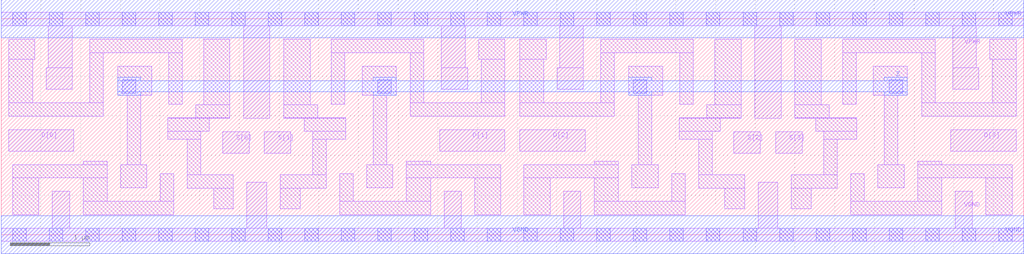
<source format=lef>
# Copyright 2020 The SkyWater PDK Authors
#
# Licensed under the Apache License, Version 2.0 (the "License");
# you may not use this file except in compliance with the License.
# You may obtain a copy of the License at
#
#     https://www.apache.org/licenses/LICENSE-2.0
#
# Unless required by applicable law or agreed to in writing, software
# distributed under the License is distributed on an "AS IS" BASIS,
# WITHOUT WARRANTIES OR CONDITIONS OF ANY KIND, either express or implied.
# See the License for the specific language governing permissions and
# limitations under the License.
#
# SPDX-License-Identifier: Apache-2.0

VERSION 5.7 ;
  NAMESCASESENSITIVE ON ;
  NOWIREEXTENSIONATPIN ON ;
  DIVIDERCHAR "/" ;
  BUSBITCHARS "[]" ;
UNITS
  DATABASE MICRONS 200 ;
END UNITS
PROPERTYDEFINITIONS
  MACRO maskLayoutSubType STRING ;
  MACRO prCellType STRING ;
  MACRO originalViewName STRING ;
END PROPERTYDEFINITIONS
MACRO sky130_fd_sc_hdll__muxb4to1_2
  CLASS CORE ;
  FOREIGN sky130_fd_sc_hdll__muxb4to1_2 ;
  ORIGIN  0.000000  0.000000 ;
  SIZE  12.88000 BY  2.720000 ;
  SYMMETRY X Y R90 ;
  SITE unithd ;
  PIN D[0]
    ANTENNAGATEAREA  0.555000 ;
    DIRECTION INPUT ;
    USE SIGNAL ;
    PORT
      LAYER li1 ;
        RECT 0.095000 1.055000 0.915000 1.325000 ;
    END
  END D[0]
  PIN D[1]
    ANTENNAGATEAREA  0.555000 ;
    DIRECTION INPUT ;
    USE SIGNAL ;
    PORT
      LAYER li1 ;
        RECT 5.525000 1.055000 6.345000 1.325000 ;
    END
  END D[1]
  PIN D[2]
    ANTENNAGATEAREA  0.555000 ;
    DIRECTION INPUT ;
    USE SIGNAL ;
    PORT
      LAYER li1 ;
        RECT 6.535000 1.055000 7.355000 1.325000 ;
    END
  END D[2]
  PIN D[3]
    ANTENNAGATEAREA  0.555000 ;
    DIRECTION INPUT ;
    USE SIGNAL ;
    PORT
      LAYER li1 ;
        RECT 11.965000 1.055000 12.785000 1.325000 ;
    END
  END D[3]
  PIN S[0]
    ANTENNAGATEAREA  0.414000 ;
    DIRECTION INPUT ;
    USE SIGNAL ;
    PORT
      LAYER li1 ;
        RECT 2.790000 1.025000 3.125000 1.295000 ;
    END
  END S[0]
  PIN S[1]
    ANTENNAGATEAREA  0.414000 ;
    DIRECTION INPUT ;
    USE SIGNAL ;
    PORT
      LAYER li1 ;
        RECT 3.315000 1.025000 3.650000 1.295000 ;
    END
  END S[1]
  PIN S[2]
    ANTENNAGATEAREA  0.414000 ;
    DIRECTION INPUT ;
    USE SIGNAL ;
    PORT
      LAYER li1 ;
        RECT 9.230000 1.025000 9.565000 1.295000 ;
    END
  END S[2]
  PIN S[3]
    ANTENNAGATEAREA  0.414000 ;
    DIRECTION INPUT ;
    USE SIGNAL ;
    PORT
      LAYER li1 ;
        RECT 9.755000 1.025000 10.090000 1.295000 ;
    END
  END S[3]
  PIN Z
    ANTENNADIFFAREA  1.512800 ;
    DIRECTION OUTPUT ;
    USE SIGNAL ;
    PORT
      LAYER met1 ;
        RECT  1.465000 1.755000  1.755000 1.800000 ;
        RECT  1.465000 1.800000 11.415000 1.940000 ;
        RECT  1.465000 1.940000  1.755000 1.985000 ;
        RECT  4.685000 1.755000  4.975000 1.800000 ;
        RECT  4.685000 1.940000  4.975000 1.985000 ;
        RECT  7.905000 1.755000  8.195000 1.800000 ;
        RECT  7.905000 1.940000  8.195000 1.985000 ;
        RECT 11.125000 1.755000 11.415000 1.800000 ;
        RECT 11.125000 1.940000 11.415000 1.985000 ;
    END
  END Z
  PIN VGND
    DIRECTION INOUT ;
    USE GROUND ;
    PORT
      LAYER li1 ;
        RECT  0.000000 -0.085000 12.880000 0.085000 ;
        RECT  0.645000  0.085000  0.860000 0.545000 ;
        RECT  3.095000  0.085000  3.345000 0.660000 ;
        RECT  5.580000  0.085000  5.795000 0.545000 ;
        RECT  7.085000  0.085000  7.300000 0.545000 ;
        RECT  9.535000  0.085000  9.785000 0.660000 ;
        RECT 12.020000  0.085000 12.235000 0.545000 ;
      LAYER mcon ;
        RECT  0.145000 -0.085000  0.315000 0.085000 ;
        RECT  0.605000 -0.085000  0.775000 0.085000 ;
        RECT  1.065000 -0.085000  1.235000 0.085000 ;
        RECT  1.525000 -0.085000  1.695000 0.085000 ;
        RECT  1.985000 -0.085000  2.155000 0.085000 ;
        RECT  2.445000 -0.085000  2.615000 0.085000 ;
        RECT  2.905000 -0.085000  3.075000 0.085000 ;
        RECT  3.365000 -0.085000  3.535000 0.085000 ;
        RECT  3.825000 -0.085000  3.995000 0.085000 ;
        RECT  4.285000 -0.085000  4.455000 0.085000 ;
        RECT  4.745000 -0.085000  4.915000 0.085000 ;
        RECT  5.205000 -0.085000  5.375000 0.085000 ;
        RECT  5.665000 -0.085000  5.835000 0.085000 ;
        RECT  6.125000 -0.085000  6.295000 0.085000 ;
        RECT  6.585000 -0.085000  6.755000 0.085000 ;
        RECT  7.045000 -0.085000  7.215000 0.085000 ;
        RECT  7.505000 -0.085000  7.675000 0.085000 ;
        RECT  7.965000 -0.085000  8.135000 0.085000 ;
        RECT  8.425000 -0.085000  8.595000 0.085000 ;
        RECT  8.885000 -0.085000  9.055000 0.085000 ;
        RECT  9.345000 -0.085000  9.515000 0.085000 ;
        RECT  9.805000 -0.085000  9.975000 0.085000 ;
        RECT 10.265000 -0.085000 10.435000 0.085000 ;
        RECT 10.725000 -0.085000 10.895000 0.085000 ;
        RECT 11.185000 -0.085000 11.355000 0.085000 ;
        RECT 11.645000 -0.085000 11.815000 0.085000 ;
        RECT 12.105000 -0.085000 12.275000 0.085000 ;
        RECT 12.565000 -0.085000 12.735000 0.085000 ;
    END
    PORT
      LAYER met1 ;
        RECT 0.000000 -0.240000 12.880000 0.240000 ;
    END
  END VGND
  PIN VPWR
    DIRECTION INOUT ;
    USE POWER ;
    PORT
      LAYER li1 ;
        RECT  0.000000 2.635000 12.880000 2.805000 ;
        RECT  0.565000 1.835000  0.895000 2.105000 ;
        RECT  0.595000 2.105000  0.895000 2.635000 ;
        RECT  3.055000 1.465000  3.385000 2.635000 ;
        RECT  5.545000 1.835000  5.875000 2.105000 ;
        RECT  5.545000 2.105000  5.845000 2.635000 ;
        RECT  7.005000 1.835000  7.335000 2.105000 ;
        RECT  7.035000 2.105000  7.335000 2.635000 ;
        RECT  9.495000 1.465000  9.825000 2.635000 ;
        RECT 11.985000 1.835000 12.315000 2.105000 ;
        RECT 11.985000 2.105000 12.285000 2.635000 ;
      LAYER mcon ;
        RECT  0.145000 2.635000  0.315000 2.805000 ;
        RECT  0.605000 2.635000  0.775000 2.805000 ;
        RECT  1.065000 2.635000  1.235000 2.805000 ;
        RECT  1.525000 2.635000  1.695000 2.805000 ;
        RECT  1.985000 2.635000  2.155000 2.805000 ;
        RECT  2.445000 2.635000  2.615000 2.805000 ;
        RECT  2.905000 2.635000  3.075000 2.805000 ;
        RECT  3.365000 2.635000  3.535000 2.805000 ;
        RECT  3.825000 2.635000  3.995000 2.805000 ;
        RECT  4.285000 2.635000  4.455000 2.805000 ;
        RECT  4.745000 2.635000  4.915000 2.805000 ;
        RECT  5.205000 2.635000  5.375000 2.805000 ;
        RECT  5.665000 2.635000  5.835000 2.805000 ;
        RECT  6.125000 2.635000  6.295000 2.805000 ;
        RECT  6.585000 2.635000  6.755000 2.805000 ;
        RECT  7.045000 2.635000  7.215000 2.805000 ;
        RECT  7.505000 2.635000  7.675000 2.805000 ;
        RECT  7.965000 2.635000  8.135000 2.805000 ;
        RECT  8.425000 2.635000  8.595000 2.805000 ;
        RECT  8.885000 2.635000  9.055000 2.805000 ;
        RECT  9.345000 2.635000  9.515000 2.805000 ;
        RECT  9.805000 2.635000  9.975000 2.805000 ;
        RECT 10.265000 2.635000 10.435000 2.805000 ;
        RECT 10.725000 2.635000 10.895000 2.805000 ;
        RECT 11.185000 2.635000 11.355000 2.805000 ;
        RECT 11.645000 2.635000 11.815000 2.805000 ;
        RECT 12.105000 2.635000 12.275000 2.805000 ;
        RECT 12.565000 2.635000 12.735000 2.805000 ;
    END
    PORT
      LAYER met1 ;
        RECT 0.000000 2.480000 12.880000 2.960000 ;
    END
  END VPWR
  OBS
    LAYER li1 ;
      RECT  0.095000 1.495000  1.285000 1.665000 ;
      RECT  0.095000 1.665000  0.395000 2.210000 ;
      RECT  0.095000 2.210000  0.425000 2.465000 ;
      RECT  0.145000 0.255000  0.475000 0.715000 ;
      RECT  0.145000 0.715000  1.335000 0.885000 ;
      RECT  1.030000 0.255000  2.175000 0.425000 ;
      RECT  1.030000 0.425000  1.335000 0.715000 ;
      RECT  1.030000 0.885000  1.335000 0.925000 ;
      RECT  1.115000 1.665000  1.285000 2.295000 ;
      RECT  1.115000 2.295000  2.280000 2.465000 ;
      RECT  1.465000 1.755000  1.895000 2.125000 ;
      RECT  1.505000 0.595000  1.835000 0.885000 ;
      RECT  1.585000 0.885000  1.755000 1.755000 ;
      RECT  2.005000 0.425000  2.175000 0.770000 ;
      RECT  2.100000 1.205000  2.515000 1.305000 ;
      RECT  2.100000 1.305000  2.620000 1.465000 ;
      RECT  2.100000 1.465000  2.880000 1.475000 ;
      RECT  2.110000 1.645000  2.280000 2.295000 ;
      RECT  2.345000 0.585000  2.925000 0.755000 ;
      RECT  2.345000 0.755000  2.515000 1.205000 ;
      RECT  2.450000 1.475000  2.880000 1.635000 ;
      RECT  2.550000 1.635000  2.880000 2.465000 ;
      RECT  2.675000 0.330000  2.925000 0.585000 ;
      RECT  3.515000 0.330000  3.765000 0.585000 ;
      RECT  3.515000 0.585000  4.095000 0.755000 ;
      RECT  3.560000 1.465000  4.340000 1.475000 ;
      RECT  3.560000 1.475000  3.990000 1.635000 ;
      RECT  3.560000 1.635000  3.890000 2.465000 ;
      RECT  3.820000 1.305000  4.340000 1.465000 ;
      RECT  3.925000 0.755000  4.095000 1.205000 ;
      RECT  3.925000 1.205000  4.340000 1.305000 ;
      RECT  4.160000 1.645000  4.330000 2.295000 ;
      RECT  4.160000 2.295000  5.325000 2.465000 ;
      RECT  4.265000 0.255000  5.410000 0.425000 ;
      RECT  4.265000 0.425000  4.435000 0.770000 ;
      RECT  4.545000 1.755000  4.975000 2.125000 ;
      RECT  4.605000 0.595000  4.935000 0.885000 ;
      RECT  4.685000 0.885000  4.855000 1.755000 ;
      RECT  5.105000 0.425000  5.410000 0.715000 ;
      RECT  5.105000 0.715000  6.295000 0.885000 ;
      RECT  5.105000 0.885000  5.410000 0.925000 ;
      RECT  5.155000 1.495000  6.345000 1.665000 ;
      RECT  5.155000 1.665000  5.325000 2.295000 ;
      RECT  5.965000 0.255000  6.295000 0.715000 ;
      RECT  6.015000 2.210000  6.345000 2.465000 ;
      RECT  6.045000 1.665000  6.345000 2.210000 ;
      RECT  6.535000 1.495000  7.725000 1.665000 ;
      RECT  6.535000 1.665000  6.835000 2.210000 ;
      RECT  6.535000 2.210000  6.865000 2.465000 ;
      RECT  6.585000 0.255000  6.915000 0.715000 ;
      RECT  6.585000 0.715000  7.775000 0.885000 ;
      RECT  7.470000 0.255000  8.615000 0.425000 ;
      RECT  7.470000 0.425000  7.775000 0.715000 ;
      RECT  7.470000 0.885000  7.775000 0.925000 ;
      RECT  7.555000 1.665000  7.725000 2.295000 ;
      RECT  7.555000 2.295000  8.720000 2.465000 ;
      RECT  7.905000 1.755000  8.335000 2.125000 ;
      RECT  7.945000 0.595000  8.275000 0.885000 ;
      RECT  8.025000 0.885000  8.195000 1.755000 ;
      RECT  8.445000 0.425000  8.615000 0.770000 ;
      RECT  8.540000 1.205000  8.955000 1.305000 ;
      RECT  8.540000 1.305000  9.060000 1.465000 ;
      RECT  8.540000 1.465000  9.320000 1.475000 ;
      RECT  8.550000 1.645000  8.720000 2.295000 ;
      RECT  8.785000 0.585000  9.365000 0.755000 ;
      RECT  8.785000 0.755000  8.955000 1.205000 ;
      RECT  8.890000 1.475000  9.320000 1.635000 ;
      RECT  8.990000 1.635000  9.320000 2.465000 ;
      RECT  9.115000 0.330000  9.365000 0.585000 ;
      RECT  9.955000 0.330000 10.205000 0.585000 ;
      RECT  9.955000 0.585000 10.535000 0.755000 ;
      RECT 10.000000 1.465000 10.780000 1.475000 ;
      RECT 10.000000 1.475000 10.430000 1.635000 ;
      RECT 10.000000 1.635000 10.330000 2.465000 ;
      RECT 10.260000 1.305000 10.780000 1.465000 ;
      RECT 10.365000 0.755000 10.535000 1.205000 ;
      RECT 10.365000 1.205000 10.780000 1.305000 ;
      RECT 10.600000 1.645000 10.770000 2.295000 ;
      RECT 10.600000 2.295000 11.765000 2.465000 ;
      RECT 10.705000 0.255000 11.850000 0.425000 ;
      RECT 10.705000 0.425000 10.875000 0.770000 ;
      RECT 10.985000 1.755000 11.415000 2.125000 ;
      RECT 11.045000 0.595000 11.375000 0.885000 ;
      RECT 11.125000 0.885000 11.295000 1.755000 ;
      RECT 11.545000 0.425000 11.850000 0.715000 ;
      RECT 11.545000 0.715000 12.735000 0.885000 ;
      RECT 11.545000 0.885000 11.850000 0.925000 ;
      RECT 11.595000 1.495000 12.785000 1.665000 ;
      RECT 11.595000 1.665000 11.765000 2.295000 ;
      RECT 12.405000 0.255000 12.735000 0.715000 ;
      RECT 12.455000 2.210000 12.785000 2.465000 ;
      RECT 12.485000 1.665000 12.785000 2.210000 ;
    LAYER mcon ;
      RECT  1.525000 1.785000  1.695000 1.955000 ;
      RECT  4.745000 1.785000  4.915000 1.955000 ;
      RECT  7.965000 1.785000  8.135000 1.955000 ;
      RECT 11.185000 1.785000 11.355000 1.955000 ;
  END
  PROPERTY maskLayoutSubType "abstract" ;
  PROPERTY prCellType "standard" ;
  PROPERTY originalViewName "layout" ;
END sky130_fd_sc_hdll__muxb4to1_2
END LIBRARY

</source>
